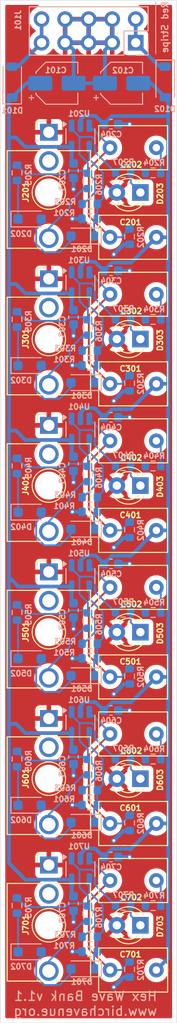
<source format=kicad_pcb>
(kicad_pcb (version 20240108) (generator "pcbnew") (generator_version "8.0")
  (layers (0 "F.Cu" signal) (31 "B.Cu" signal) (34 "B.Paste" user) (35 "F.Paste" user) (36 "B.SilkS" user "B.Silkscreen") (37 "F.SilkS" user "F.Silkscreen") (38 "B.Mask" user) (39 "F.Mask" user) (44 "Edge.Cuts" user))
  (net 0 "")
  (net 1 "GND")
  (net 2 "VCC")
  (net 3 "VEE")
  (net 4 "Net-(U201-+)")
  (net 5 "Net-(C202-Pad2)")
  (net 6 "Net-(U301-+)")
  (net 7 "Net-(C302-Pad2)")
  (net 8 "Net-(U401-+)")
  (net 9 "Net-(C402-Pad2)")
  (net 10 "Net-(U501-+)")
  (net 11 "Net-(C502-Pad2)")
  (net 12 "Net-(U601-+)")
  (net 13 "Net-(C602-Pad2)")
  (net 14 "Net-(U701-+)")
  (net 15 "Net-(C702-Pad2)")
  (net 16 "Net-(D201-A)")
  (net 17 "Net-(D201-K)")
  (net 18 "Net-(D202-K)")
  (net 19 "Net-(D203-KA)")
  (net 20 "Net-(D301-A)")
  (net 21 "Net-(D301-K)")
  (net 22 "Net-(D302-K)")
  (net 23 "Net-(D303-KA)")
  (net 24 "Net-(D401-A)")
  (net 25 "Net-(D401-K)")
  (net 26 "Net-(D402-K)")
  (net 27 "Net-(D403-KA)")
  (net 28 "Net-(D501-A)")
  (net 29 "Net-(D501-K)")
  (net 30 "Net-(D502-K)")
  (net 31 "Net-(D503-KA)")
  (net 32 "Net-(D601-A)")
  (net 33 "Net-(D601-K)")
  (net 34 "Net-(D602-K)")
  (net 35 "Net-(D603-KA)")
  (net 36 "Net-(D701-K)")
  (net 37 "Net-(D701-A)")
  (net 38 "Net-(D702-K)")
  (net 39 "Net-(D703-KA)")
  (net 41 "Net-(J201-PadT)")
  (net 42 "Net-(J301-PadT)")
  (net 44 "Net-(J401-PadT)")
  (net 46 "Net-(J501-PadT)")
  (net 49 "Net-(J601-PadT)")
  (net 50 "Net-(J701-PadT)")
  (net 52 "Net-(R203-Pad2)")
  (net 53 "Net-(R303-Pad2)")
  (net 54 "Net-(R403-Pad2)")
  (net 55 "Net-(R503-Pad2)")
  (net 56 "Net-(R603-Pad2)")
  (net 57 "Net-(R703-Pad2)")
  (net 58 "+12V")
  (net 59 "-12V")
  (footprint "LED_THT:LED_D3.0mm" (layer "F.Cu") (at 147.5675 69.8085 180)
    (property "Reference" "D303")
    (property "Value" "LED_Dual_Bidirectional" (hide yes))
  )
  (footprint "Capacitor_THT:C_Rect_L7.2mm_W4.5mm_P5.00mm_FKS2_FKP2_MKS2_MKP2" (layer "F.Cu") (at 144.2875 96.5215)
    (property "Reference" "C502")
    (property "Value" "C")
  )
  (footprint "Connector_Audio:Jack_3.5mm_QingPu_WQP-PJ398SM_Vertical_CircularHoles" (layer "F.Cu") (at 137.6905 63.3285)
    (property "Reference" "J301")
    (property "Value" "AudioJack2_SwitchT" (hide yes))
  )
  (footprint "Connector_Audio:Jack_3.5mm_QingPu_WQP-PJ398SM_Vertical_CircularHoles" (layer "F.Cu") (at 137.6905 47.5645)
    (property "Reference" "J201")
    (property "Value" "AudioJack2_SwitchT" (hide yes))
  )
  (footprint "Capacitor_THT:C_Rect_L7.2mm_W4.5mm_P5.00mm_FKS2_FKP2_MKS2_MKP2" (layer "F.Cu") (at 144.2875 49.2295)
    (property "Reference" "C202")
    (property "Value" "C")
  )
  (footprint "Connector_Audio:Jack_3.5mm_QingPu_WQP-PJ398SM_Vertical_CircularHoles" (layer "F.Cu") (at 137.6905 126.3845)
    (property "Reference" "J701")
    (property "Value" "AudioJack2_SwitchT" (hide yes))
  )
  (footprint "LED_THT:LED_D3.0mm" (layer "F.Cu") (at 147.5675 85.5725 180)
    (property "Reference" "D403")
    (property "Value" "LED_Dual_Bidirectional" (hide yes))
  )
  (footprint "Capacitor_THT:C_Rect_L7.2mm_W4.5mm_P5.00mm_FKS2_FKP2_MKS2_MKP2" (layer "F.Cu") (at 144.2875 128.0495)
    (property "Reference" "C702")
    (property "Value" "C")
  )
  (footprint "Connector_Audio:Jack_3.5mm_QingPu_WQP-PJ398SM_Vertical_CircularHoles" (layer "F.Cu") (at 137.6905 79.0925)
    (property "Reference" "J401")
    (property "Value" "AudioJack2_SwitchT" (hide yes))
  )
  (footprint "Capacitor_THT:C_Rect_L7.2mm_W4.5mm_P5.00mm_FKS2_FKP2_MKS2_MKP2" (layer "F.Cu") (at 149.2875 90.3875 180)
    (property "Reference" "C401")
    (property "Value" "C")
  )
  (footprint "Connector_Audio:Jack_3.5mm_QingPu_WQP-PJ398SM_Vertical_CircularHoles" (layer "F.Cu") (at 137.6905 94.8565)
    (property "Reference" "J501")
    (property "Value" "AudioJack2_SwitchT" (hide yes))
  )
  (footprint "Capacitor_THT:C_Rect_L7.2mm_W4.5mm_P5.00mm_FKS2_FKP2_MKS2_MKP2" (layer "F.Cu") (at 149.2875 137.6795 180)
    (property "Reference" "C701")
    (property "Value" "C")
  )
  (footprint "Capacitor_THT:C_Rect_L7.2mm_W4.5mm_P5.00mm_FKS2_FKP2_MKS2_MKP2" (layer "F.Cu") (at 144.2875 80.7575)
    (property "Reference" "C402")
    (property "Value" "C")
  )
  (footprint "Connector_Audio:Jack_3.5mm_QingPu_WQP-PJ398SM_Vertical_CircularHoles" (layer "F.Cu") (at 137.6905 110.6205)
    (property "Reference" "J601")
    (property "Value" "AudioJack2_SwitchT" (hide yes))
  )
  (footprint "Capacitor_THT:C_Rect_L7.2mm_W4.5mm_P5.00mm_FKS2_FKP2_MKS2_MKP2" (layer "F.Cu") (at 144.2875 64.9935)
    (property "Reference" "C302")
    (property "Value" "C")
  )
  (footprint "Capacitor_THT:C_Rect_L7.2mm_W4.5mm_P5.00mm_FKS2_FKP2_MKS2_MKP2" (layer "F.Cu") (at 149.2875 121.9155 180)
    (property "Reference" "C601")
    (property "Value" "C")
  )
  (footprint "Capacitor_THT:C_Rect_L7.2mm_W4.5mm_P5.00mm_FKS2_FKP2_MKS2_MKP2" (layer "F.Cu") (at 149.2875 74.6235 180)
    (property "Reference" "C301")
    (property "Value" "C")
  )
  (footprint "LED_THT:LED_D3.0mm" (layer "F.Cu") (at 147.5675 101.3365 180)
    (property "Reference" "D503")
    (property "Value" "LED_Dual_Bidirectional" (hide yes))
  )
  (footprint "Capacitor_THT:C_Rect_L7.2mm_W4.5mm_P5.00mm_FKS2_FKP2_MKS2_MKP2" (layer "F.Cu") (at 149.2875 106.1515 180)
    (property "Reference" "C501")
    (property "Value" "C")
  )
  (footprint "LED_THT:LED_D3.0mm" (layer "F.Cu") (at 147.5675 54.0445 180)
    (property "Reference" "D203")
    (property "Value" "LED_Dual_Bidirectional" (hide yes))
  )
  (footprint "Capacitor_THT:C_Rect_L7.2mm_W4.5mm_P5.00mm_FKS2_FKP2_MKS2_MKP2" (layer "F.Cu") (at 144.2875 112.2855)
    (property "Reference" "C602")
    (property "Value" "C")
  )
  (footprint "LED_THT:LED_D3.0mm" (layer "F.Cu") (at 147.5675 117.1005 180)
    (property "Reference" "D603")
    (property "Value" "LED_Dual_Bidirectional" (hide yes))
  )
  (footprint "Capacitor_THT:C_Rect_L7.2mm_W4.5mm_P5.00mm_FKS2_FKP2_MKS2_MKP2" (layer "F.Cu") (at 149.2875 58.8595 180)
    (property "Reference" "C201")
    (property "Value" "C")
  )
  (footprint "LED_THT:LED_D3.0mm" (layer "F.Cu") (at 147.5675 132.8645 180)
    (property "Reference" "D703")
    (property "Value" "LED_Dual_Bidirectional" (hide yes))
  )
  (footprint "Resistor_SMD:R_0603_1608Metric" (layer "B.Cu") (at 142.0925 88.3975)
    (property "Reference" "R401")
    (property "Value" "10kΩ" (hide yes))
  )
  (footprint "Resistor_SMD:R_0603_1608Metric" (layer "B.Cu") (at 142.1025 118.3355 180)
    (property "Reference" "R603")
    (property "Value" "22kΩ" (hide yes))
  )
  (footprint "Resistor_SMD:R_0603_1608Metric" (layer "B.Cu") (at 134.2525 114.9805 90)
    (property "Reference" "R605")
    (property "Value" "27kΩ" (hide yes))
  )
  (footprint "Capacitor_SMD:C_0603_1608Metric" (layer "B.Cu") (at 144.4 93.992)
    (property "Reference" "C504")
    (property "Value" "100nF" (hide yes))
  )
  (footprint "Resistor_SMD:R_0603_1608Metric" (layer "B.Cu") (at 141.9 68.564 -90)
    (property "Reference" "R306")
    (property "Value" "1kΩ" (hide yes))
  )
  (footprint "Resistor_SMD:R_0603_1608Metric" (layer "B.Cu") (at 141.9 52.8 -90)
    (property "Reference" "R206")
    (property "Value" "1kΩ" (hide yes))
  )
  (footprint "Diode_SMD:D_SOD-323_HandSoldering" (layer "B.Cu") (at 141.33 121.7855 180)
    (property "Reference" "D601")
    (property "Value" "4.3V" (hide yes))
  )
  (footprint "Resistor_SMD:R_0603_1608Metric" (layer "B.Cu") (at 142.0925 119.9255)
    (property "Reference" "R601")
    (property "Value" "10kΩ" (hide yes))
  )
  (footprint "Capacitor_SMD:CP_Elec_4x3" (layer "B.Cu") (at 138.557 42.291)
    (property "Reference" "C101")
    (property "Value" "C_Polarized")
  )
  (footprint "Diode_SMD:D_SOD-323_HandSoldering" (layer "B.Cu") (at 135.6125 104.1915)
    (property "Reference" "D502")
    (property "Value" "4.3V" (hide yes))
  )
  (footprint "Resistor_SMD:R_0603_1608Metric" (layer "B.Cu") (at 148.9375 114.9855 180)
    (property "Reference" "R604")
    (property "Value" "~" (hide yes))
  )
  (footprint "Diode_SMD:D_SOD-323_HandSoldering" (layer "B.Cu") (at 141.33 137.5495 180)
    (property "Reference" "D701")
    (property "Value" "4.3V" (hide yes))
  )
  (footprint "Diode_SMD:D_SOD-123" (layer "B.Cu") (at 133.731 42.164 90)
    (property "Reference" "D101")
    (property "Value" "1N5819HW" (hide yes))
  )
  (footprint "Resistor_SMD:R_0603_1608Metric" (layer "B.Cu") (at 134.2525 130.7445 90)
    (property "Reference" "R705")
    (property "Value" "27kΩ" (hide yes))
  )
  (footprint "Resistor_SMD:R_0603_1608Metric" (layer "B.Cu") (at 134.2525 51.9245 90)
    (property "Reference" "R205")
    (property "Value" "27kΩ" (hide yes))
  )
  (footprint "Resistor_SMD:R_0603_1608Metric" (layer "B.Cu") (at 145.7 83.428)
    (property "Reference" "R407")
    (property "Value" "510Ω" (hide yes))
  )
  (footprint "Resistor_SMD:R_0603_1608Metric" (layer "B.Cu") (at 145.7 51.9)
    (property "Reference" "R207")
    (property "Value" "510Ω" (hide yes))
  )
  (footprint "Capacitor_SMD:C_0603_1608Metric" (layer "B.Cu") (at 140.35 67.464 -90)
    (property "Reference" "C303")
    (property "Value" "100nF" (hide yes))
  )
  (footprint "Capacitor_SMD:CP_Elec_4x3" (layer "B.Cu") (at 145.542 42.291)
    (property "Reference" "C102")
    (property "Value" "C_Polarized")
  )
  (footprint "Capacitor_SMD:C_0603_1608Metric" (layer "B.Cu") (at 140.35 83.228 -90)
    (property "Reference" "C403")
    (property "Value" "100nF" (hide yes))
  )
  (footprint "Resistor_SMD:R_0603_1608Metric" (layer "B.Cu") (at 142.1025 102.5715 180)
    (property "Reference" "R503")
    (property "Value" "22kΩ" (hide yes))
  )
  (footprint "Capacitor_SMD:C_0603_1608Metric" (layer "B.Cu") (at 144.4 46.7)
    (property "Reference" "C204")
    (property "Value" "100nF" (hide yes))
  )
  (footprint "Package_TO_SOT_SMD:SOT-23-5" (layer "B.Cu") (at 141.1 95.292 -90)
    (property "Reference" "U501")
    (property "Value" "TL071HDBV" (hide yes))
  )
  (footprint "Resistor_SMD:R_0603_1608Metric" (layer "B.Cu") (at 148.9375 51.9295 180)
    (property "Reference" "R204")
    (property "Value" "~" (hide yes))
  )
  (footprint "Capacitor_SMD:C_0603_1608Metric" (layer "B.Cu") (at 144.4 78.228)
    (property "Reference" "C404")
    (property "Value" "100nF" (hide yes))
  )
  (footprint "Resistor_SMD:R_0603_1608Metric" (layer "B.Cu") (at 141.9 115.856 -90)
    (property "Reference" "R606")
    (property "Value" "1kΩ" (hide yes))
  )
  (footprint "Capacitor_SMD:C_0603_1608Metric" (layer "B.Cu") (at 144.4 125.52)
    (property "Reference" "C704")
    (property "Value" "100nF" (hide yes))
  )
  (footprint "Resistor_SMD:R_0603_1608Metric" (layer "B.Cu") (at 142.1025 71.0435 180)
    (property "Reference" "R303")
    (property "Value" "22kΩ" (hide yes))
  )
  (footprint "Resistor_SMD:R_0603_1608Metric" (layer "B.Cu") (at 142.1025 55.2795 180)
    (property "Reference" "R203")
    (property "Value" "22kΩ" (hide yes))
  )
  (footprint "Package_TO_SOT_SMD:SOT-23-5" (layer "B.Cu") (at 141.1 48 -90)
    (property "Reference" "U201")
    (property "Value" "TL071HDBV" (hide yes))
  )
  (footprint "Resistor_SMD:R_0603_1608Metric" (layer "B.Cu") (at 134.2525 67.6885 90)
    (property "Reference" "R305")
    (property "Value" "27kΩ" (hide yes))
  )
  (footprint "Resistor_SMD:R_0603_1608Metric" (layer "B.Cu") (at 142.0925 135.6895)
    (property "Reference" "R701")
    (property "Value" "10kΩ" (hide yes))
  )
  (footprint "Diode_SMD:D_SOD-323_HandSoldering" (layer "B.Cu") (at 141.33 58.7295 180)
    (property "Reference" "D201")
    (property "Value" "4.3V" (hide yes))
  )
  (footprint "Resistor_SMD:R_0603_1608Metric" (layer "B.Cu") (at 142.1025 86.8075 180)
    (property "Reference" "R403")
    (property "Value" "22kΩ" (hide yes))
  )
  (footprint "Diode_SMD:D_SOD-323_HandSoldering" (layer "B.Cu") (at 141.33 90.2575 180)
    (property "Reference" "D401")
    (property "Value" "4.3V" (hide yes))
  )
  (footprint "Resistor_SMD:R_0603_1608Metric" (layer "B.Cu") (at 142.0925 104.1615)
    (property "Reference" "R501")
    (property "Value" "10kΩ" (hide yes))
  )
  (footprint "Package_TO_SOT_SMD:SOT-23-5" (layer "B.Cu") (at 141.1 79.528 -90)
    (property "Reference" "U401")
    (property "Value" "TL071HDBV" (hide yes))
  )
  (footprint "Capacitor_SMD:C_0603_1608Metric" (layer "B.Cu") (at 144.4 109.756)
    (property "Reference" "C604")
    (property "Value" "100nF" (hide yes))
  )
  (footprint "Diode_SMD:D_SOD-323_HandSoldering" (layer "B.Cu") (at 135.6125 135.7195)
    (property "Reference" "D702")
    (property "Value" "4.3V" (hide yes))
  )
  (footprint "Resistor_SMD:R_0603_1608Metric" (layer "B.Cu") (at 145.7 67.664)
    (property "Reference" "R307")
    (property "Value" "510Ω" (hide yes))
  )
  (footprint "Resistor_SMD:R_0603_1608Metric" (layer "B.Cu") (at 146.4 137.62 90)
    (property "Reference" "R702")
    (property "Value" "~" (hide yes))
  )
  (footprint "Capacitor_SMD:C_0603_1608Metric" (layer "B.Cu") (at 144.4 62.464)
    (property "Reference" "C304")
    (property "Value" "100nF" (hide yes))
  )
  (footprint "Resistor_SMD:R_0603_1608Metric" (layer "B.Cu") (at 134.2525 99.2165 90)
    (property "Reference" "R505")
    (property "Value" "27kΩ" (hide yes))
  )
  (footprint "Resistor_SMD:R_0603_1608Metric" (layer "B.Cu") (at 141.9 100.092 -90)
    (property "Reference" "R506")
    (property "Value" "1kΩ" (hide yes))
  )
  (footprint "Package_TO_SOT_SMD:SOT-23-5" (layer "B.Cu") (at 141.1 63.764 -90)
    (property "Reference" "U301")
    (property "Value" "TL071HDBV" (hide yes))
  )
  (footprint "Capacitor_SMD:C_0603_1608Metric" (layer "B.Cu") (at 140.35 51.7 -90)
    (property "Reference" "C203")
    (property "Value" "100nF" (hide yes))
  )
  (footprint "Resistor_SMD:R_0603_1608Metric" (layer "B.Cu") (at 148.9375 67.6935 180)
    (property "Reference" "R304")
    (property "Value" "~" (hide yes))
  )
  (footprint "Capacitor_SMD:C_0603_1608Metric" (layer "B.Cu") (at 140.35 98.992 -90)
    (property "Reference" "C503")
    (property "Value" "100nF" (hide yes))
  )
  (footprint "Resistor_SMD:R_0603_1608Metric" (layer "B.Cu") (at 142.0925 72.6335)
    (property "Reference" "R301")
    (property "Value" "10kΩ" (hide yes))
  )
  (footprint "Resistor_SMD:R_0603_1608Metric" (layer "B.Cu") (at 145.7 114.956)
    (property "Reference" "R607")
    (property "Value" "510Ω" (hide yes))
  )
  (footprint "Diode_SMD:D_SOD-323_HandSoldering" (layer "B.Cu") (at 141.33 106.0215 180)
    (property "Reference" "D501")
    (property "Value" "4.3V" (hide yes))
  )
  (footprint "Resistor_SMD:R_0603_1608Metric" (layer "B.Cu") (at 141.9 131.62 -90)
    (property "Reference" "R706")
    (property "Value" "1kΩ" (hide yes))
  )
  (footprint "Capacitor_SMD:C_0603_1608Metric" (layer "B.Cu") (at 140.35 130.52 -90)
    (property "Reference" "C703")
    (property "Value" "100nF" (hide yes))
  )
  (footprint "Resistor_SMD:R_0603_1608Metric" (layer "B.Cu") (at 134.2525 83.4525 90)
    (property "Reference" "R405")
    (property "Value" "27kΩ" (hide yes))
  )
  (footprint "Resistor_SMD:R_0603_1608Metric" (layer "B.Cu") (at 146.4 58.8 90)
    (property "Reference" "R202")
    (property "Value" "~" (hide yes))
  )
  (footprint "Diode_SMD:D_SOD-323_HandSoldering" (layer "B.Cu") (at 135.6125 88.4275)
    (property "Reference" "D402")
    (property "Value" "4.3V" (hide yes))
  )
  (footprint "Resistor_SMD:R_0603_1608Metric" (layer "B.Cu") (at 145.7 99.192)
    (property "Reference" "R507")
    (property "Value" "510Ω" (hide yes))
  )
  (footprint "Resistor_SMD:R_0603_1608Metric" (layer "B.Cu") (at 146.4 121.856 90)
    (property "Reference" "R602")
    (property "Value" "~" (hide yes))
  )
  (footprint "Diode_SMD:D_SOD-323_HandSoldering" (layer "B.Cu") (at 135.6125 56.8995)
    (property "Reference" "D202")
    (property "Value" "4.3V" (hide yes))
  )
  (footprint "Diode_SMD:D_SOD-323_HandSoldering" (layer "B.Cu") (at 135.6125 72.6635)
    (property "Reference" "D302")
    (property "Value" "4.3V" (hide yes))
  )
  (footprint "Resistor_SMD:R_0603_1608Metric" (layer "B.Cu") (at 141.9 84.328 -90)
    (property "Reference" "R406")
    (property "Value" "1kΩ" (hide yes))
  )
  (footprint "Resistor_SMD:R_0603_1608Metric" (layer "B.Cu") (at 148.9375 130.7495 180)
    (property "Reference" "R704")
    (property "Value" "~" (hide yes))
  )
  (footprint "Diode_SMD:D_SOD-123" (layer "B.Cu") (at 150.241 42.164 -90)
    (property "Reference" "D102")
    (property "Value" "1N5819HW" (hide yes))
  )
  (footprint "Resistor_SMD:R_0603_1608Metric" (layer "B.Cu") (at 142.0925 56.8695)
    (property "Reference" "R201")
    (property "Value" "10kΩ" (hide yes))
  )
  (footprint "Package_TO_SOT_SMD:SOT-23-5" (layer "B.Cu") (at 141.1 111.056 -90)
    (property "Reference" "U601")
    (property "Value" "TL071HDBV" (hide yes))
  )
  (footprint "Resistor_SMD:R_0603_1608Metric" (layer "B.Cu") (at 146.4 106.092 90)
    (property "Reference" "R502")
    (property "Value" "~" (hide yes))
  )
  (footprint "Resistor_SMD:R_0603_1608Metric" (layer "B.Cu") (at 148.9375 83.4575 180)
    (property "Reference" "R404")
    (property "Value" "~" (hide yes))
  )
  (footprint "Package_TO_SOT_SMD:SOT-23-5" (layer "B.Cu") (at 141.1 126.82 -90)
    (property "Reference" "U701")
    (property "Value" "TL071HDBV" (hide yes))
  )
  (footprint "Capacitor_SMD:C_0603_1608Metric" (layer "B.Cu") (at 140.35 114.756 -90)
    (property "Reference" "C603")
    (property "Value" "100nF" (hide yes))
  )
  (footprint "Resistor_SMD:R_0603_1608Metric" (layer "B.Cu") (at 148.9375 99.2215 180)
    (property "Reference" "R504")
    (property "Value" "~" (hide yes))
  )
  (footprint "Connector_PinHeader_2.54mm:PinHeader_2x05_P2.54mm_Vertical" (layer "B.Cu") (at 147.066 37.938 90)
    (property "Reference" "J101")
    (property "Value" "Conn_02x05_Odd_Even" (hide yes))
  )
  (footprint "Resistor_SMD:R_0603_1608Metric" (layer "B.Cu") (at 146.4 74.564 90)
    (property "Reference" "R302")
    (property "Value" "~" (hide yes))
  )
  (footprint "Diode_SMD:D_SOD-323_HandSoldering" (layer "B.Cu") (at 141.33 74.4935 180)
    (property "Reference" "D301")
    (property "Value" "4.3V" (hide yes))
  )
  (footprint "Diode_SMD:D_SOD-323_HandSoldering" (layer "B.Cu") (at 135.6125 119.9555)
    (property "Reference" "D602")
    (property "Value" "4.3V" (hide yes))
  )
  (footprint "Resistor_SMD:R_0603_1608Metric" (layer "B.Cu") (at 146.4 90.328 90)
    (property "Reference" "R402")
    (property "Value" "~" (hide yes))
  )
  (footprint "Resistor_SMD:R_0603_1608Metric" (layer "B.Cu") (at 142.1025 134.0995 180)
    (property "Reference" "R703")
    (property "Value" "22kΩ" (hide yes))
  )
  (footprint "Resistor_SMD:R_0603_1608Metric" (layer "B.Cu") (at 145.7 130.72)
    (property "Reference" "R707")
    (property "Value" "510Ω" (hide yes))
  )
  (gr_line (start 149.225 33.528) (end 149.225 39.116) (stroke (width 0.1)) (layer "B.SilkS"))
  (gr_rect (start 132.488 33.366) (end 151.49 143.37) (stroke (width 0.05)) (fill none) (layer "Edge.Cuts"))
  (gr_text "Red Stripe" (at 150.622 33.401 90) (layer "B.SilkS") (effects (font (size 0.7 0.7) (thickness 0.15) (bold yes)) (justify left bottom mirror)))
  (gr_text "Hex Wave Bank v1.1\nwww.birchavenue.org" (at 149.4605 142.6805 0) (layer "B.SilkS") (effects (font (size 1 1)) (justify left bottom mirror)))
  (via (at 144.7 139.52) (size 0.6) (drill 0.3) (layers "F.Cu" "B.Cu") (net 1))
  (via (at 146.4 46.7) (size 0.6) (drill 0.3) (layers "F.Cu" "B.Cu") (net 1))
  (via (at 140.2325 119.9255) (size 0.6) (drill 0.3) (layers "F.Cu" "B.Cu") (net 1))
  (via (at 140.35 53.7) (size 0.6) (drill 0.3) (layers "F.Cu" "B.Cu") (net 1))
  (via (at 144.7 92.228) (size 0.6) (drill 0.3) (layers "F.Cu" "B.Cu") (net 1))
  (via (at 140.2325 56.8695) (size 0.6) (drill 0.3) (layers "F.Cu" "B.Cu") (net 1))
  (via (at 146.4 125.52) (size 0.6) (drill 0.3) (layers "F.Cu" "B.Cu") (net 1))
  (via (at 140.35 132.52) (size 0.6) (drill 0.3) (layers "F.Cu" "B.Cu") (net 1))
  (via (at 144.7 107.992) (size 0.6) (drill 0.3) (layers "F.Cu" "B.Cu") (net 1))
  (via (at 144.7 76.464) (size 0.6) (drill 0.3) (layers "F.Cu" "B.Cu") (net 1))
  (via (at 146.4 78.228) (size 0.6) (drill 0.3) (layers "F.Cu" "B.Cu") (net 1))
  (via (at 144.7 123.756) (size 0.6) (drill 0.3) (layers "F.Cu" "B.Cu") (net 1))
  (via (at 140.2325 88.3975) (size 0.6) (drill 0.3) (layers "F.Cu" "B.Cu") (net 1))
  (via (at 146.4 93.992) (size 0.6) (drill 0.3) (layers "F.Cu" "B.Cu") (net 1))
  (via (at 140.35 69.464) (size 0.6) (drill 0.3) (layers "F.Cu" "B.Cu") (net 1))
  (via (at 144.7 60.7) (size 0.6) (drill 0.3) (layers "F.Cu" "B.Cu") (net 1))
  (via (at 140.2325 135.6895) (size 0.6) (drill 0.3) (layers "F.Cu" "B.Cu") (net 1))
  (via (at 146.4 109.756) (size 0.6) (drill 0.3) (layers "F.Cu" "B.Cu") (net 1))
  (via (at 140.2325 72.6335) (size 0.6) (drill 0.3) (layers "F.Cu" "B.Cu") (net 1))
  (via (at 140.35 100.992) (size 0.6) (drill 0.3) (layers "F.Cu" "B.Cu") (net 1))
  (via (at 140.2325 104.1615) (size 0.6) (drill 0.3) (layers "F.Cu" "B.Cu") (net 1))
  (via (at 140.35 85.228) (size 0.6) (drill 0.3) (layers "F.Cu" "B.Cu") (net 1))
  (via (at 146.4 62.464) (size 0.6) (drill 0.3) (layers "F.Cu" "B.Cu") (net 1))
  (via (at 140.35 116.756) (size 0.6) (drill 0.3) (layers "F.Cu" "B.Cu") (net 1))
  (segment (start 140.35 52.475) (end 140.35 53.7) (width 0.4) (layer "B.Cu") (net 1))
  (segment (start 137.6355 47.6195) (end 137.6905 47.5645) (width 1) (layer "B.Cu") (net 1))
  (segment (start 141.2675 135.6895) (end 140.2325 135.6895) (width 0.4) (layer "B.Cu") (net 1))
  (segment (start 145.775 138.445) (end 144.7 139.52) (width 0.4) (layer "B.Cu") (net 1))
  (segment (start 139.446 35.398) (end 144.526 35.398) (width 0.4) (layer "B.Cu") (net 1))
  (segment (start 146.4 106.917) (end 145.775 106.917) (width 0.4) (layer "B.Cu") (net 1))
  (segment (start 139.446 37.938) (end 144.526 37.938) (width 0.4) (layer "B.Cu") (net 1))
  (segment (start 141.986 35.398) (end 141.986 37.938) (width 0.4) (layer "B.Cu") (net 1))
  (segment (start 141.2675 56.8695) (end 140.2325 56.8695) (width 0.4) (layer "B.Cu") (net 1))
  (segment (start 137.1255 126.9495) (end 137.6905 126.3845) (width 0.4) (layer "B.Cu") (net 1))
  (segment (start 144.526 35.398) (end 144.526 37.938) (width 0.4) (layer "B.Cu") (net 1))
  (segment (start 145.175 109.756) (end 146.4 109.756) (width 0.4) (layer "B.Cu") (net 1))
  (segment (start 145.175 125.52) (end 146.4 125.52) (width 0.4) (layer "B.Cu") (net 1))
  (segment (start 137.6355 126.4395) (end 137.6905 126.3845) (width 1) (layer "B.Cu") (net 1))
  (segment (start 146.4 91.153) (end 145.775 91.153) (width 0.4) (layer "B.Cu") (net 1))
  (segment (start 137.1255 95.4215) (end 137.6905 94.8565) (width 0.4) (layer "B.Cu") (net 1))
  (segment (start 137.1255 48.1295) (end 137.6905 47.5645) (width 0.4) (layer "B.Cu") (net 1))
  (segment (start 146.4 138.445) (end 145.775 138.445) (width 0.4) (layer "B.Cu") (net 1))
  (segment (start 141.2675 104.1615) (end 140.2325 104.1615) (width 0.4) (layer "B.Cu") (net 1))
  (segment (start 141.2675 119.9255) (end 140.2325 119.9255) (width 0.4) (layer "B.Cu") (net 1))
  (segment (start 140.35 84.003) (end 140.35 85.228) (width 0.4) (layer "B.Cu") (net 1))
  (segment (start 141.2675 72.6335) (end 140.2325 72.6335) (width 0.4) (layer "B.Cu") (net 1))
  (segment (start 139.446 35.398) (end 139.446 37.938) (width 0.4) (layer "B.Cu") (net 1))
  (segment (start 139.588 37.938) (end 139.446 37.938) (width 0.4) (layer "B.Cu") (net 1))
  (segment (start 146.4 122.681) (end 145.775 122.681) (width 0.4) (layer "B.Cu") (net 1))
  (segment (start 140.35 68.239) (end 140.35 69.464) (width 0.4) (layer "B.Cu") (net 1))
  (segment (start 145.175 46.7) (end 146.4 46.7) (width 0.4) (layer "B.Cu") (net 1))
  (segment (start 143.742 42.291) (end 143.742 38.722) (width 0.4) (layer "B.Cu") (net 1))
  (segment (start 145.775 122.681) (end 144.7 123.756) (width 0.4) (layer "B.Cu") (net 1))
  (segment (start 140.35 115.531) (end 140.35 116.756) (width 0.4) (layer "B.Cu") (net 1))
  (segment (start 137.1255 79.6575) (end 137.6905 79.0925) (width 0.4) (layer "B.Cu") (net 1))
  (segment (start 137.6355 110.6755) (end 137.6905 110.6205) (width 1) (layer "B.Cu") (net 1))
  (segment (start 137.1255 63.8935) (end 137.6905 63.3285) (width 0.4) (layer "B.Cu") (net 1))
  (segment (start 140.357 42.291) (end 143.742 42.291) (width 0.4) (layer "B.Cu") (net 1))
  (segment (start 143.742 38.722) (end 144.526 37.938) (width 0.4) (layer "B.Cu") (net 1))
  (segment (start 137.6355 94.9115) (end 137.6905 94.8565) (width 1) (layer "B.Cu") (net 1))
  (segment (start 140.357 42.291) (end 140.357 38.707) (width 0.4) (layer "B.Cu") (net 1))
  (segment (start 145.775 91.153) (end 144.7 92.228) (width 0.4) (layer "B.Cu") (net 1))
  (segment (start 141.2675 88.3975) (end 140.2325 88.3975) (width 0.4) (layer "B.Cu") (net 1))
  (segment (start 137.6355 63.3835) (end 137.6905 63.3285) (width 1) (layer "B.Cu") (net 1))
  (segment (start 145.775 75.389) (end 144.7 76.464) (width 0.4) (layer "B.Cu") (net 1))
  (segment (start 146.4 75.389) (end 145.775 75.389) (width 0.4) (layer "B.Cu") (net 1))
  (segment (start 140.35 99.767) (end 140.35 100.992) (width 0.4) (layer "B.Cu") (net 1))
  (segment (start 145.175 78.228) (end 146.4 78.228) (width 0.4) (layer "B.Cu") (net 1))
  (segment (start 137.1255 111.1855) (end 137.6905 110.6205) (width 0.4) (layer "B.Cu") (net 1))
  (segment (start 137.6355 79.1475) (end 137.6905 79.0925) (width 1) (layer "B.Cu") (net 1))
  (segment (start 140.357 38.707) (end 139.588 37.938) (width 0.4) (layer "B.Cu") (net 1))
  (segment (start 145.775 59.625) (end 144.7 60.7) (width 0.4) (layer "B.Cu") (net 1))
  (segment (start 145.175 93.992) (end 146.4 93.992) (width 0.4) (layer "B.Cu") (net 1))
  (segment (start 145.775 106.917) (end 144.7 107.992) (width 0.4) (layer "B.Cu") (net 1))
  (segment (start 145.175 62.464) (end 146.4 62.464) (width 0.4) (layer "B.Cu") (net 1))
  (segment (start 146.4 59.625) (end 145.775 59.625) (width 0.4) (layer "B.Cu") (net 1))
  (segment (start 140.35 131.295) (end 140.35 132.52) (width 0.4) (layer "B.Cu") (net 1))
  (segment (start 136.757 42.291) (end 135.254 42.291) (width 0.4) (layer "B.Cu") (net 2))
  (segment (start 134.1425 63.8935) (end 135.1505 64.9015) (width 0.4) (layer "B.Cu") (net 2))
  (segment (start 134.1425 63.8935) (end 133.3865 63.8935) (width 0.4) (layer "B.Cu") (net 2))
  (segment (start 133.377 48.12) (end 133.377 126.184) (width 0.4) (layer "B.Cu") (net 2))
  (segment (start 140.15 112.1935) (end 140.15 113.781) (width 0.4) (layer "B.Cu") (net 2))
  (segment (start 135.1505 127.9575) (end 133.377 126.184) (width 0.4) (layer "B.Cu") (net 2))
  (segment (start 134.1425 48.1295) (end 133.3865 48.1295) (width 0.4) (layer "B.Cu") (net 2))
  (segment (start 135.1505 80.6655) (end 140.15 80.6655) (width 0.4) (layer "B.Cu") (net 2))
  (segment (start 134.1425 111.1855) (end 135.1505 112.1935) (width 0.4) (layer "B.Cu") (net 2))
  (segment (start 135.1505 127.9575) (end 140.15 127.9575) (width 0.4) (layer "B.Cu") (net 2))
  (segment (start 140.15 96.4295) (end 134.3945 96.4295) (width 0.4) (layer "B.Cu") (net 2))
  (segment (start 140.15 82.253) (end 140.35 82.453) (width 0.4) (layer "B.Cu") (net 2))
  (segment (start 133.377 44.168) (end 133.377 48.12) (width 0.4) (layer "B.Cu") (net 2))
  (segment (start 135.1505 64.9015) (end 140.15 64.9015) (width 0.4) (layer "B.Cu") (net 2))
  (segment (start 133.3865 79.6575) (end 133.377 79.648) (width 0.4) (layer "B.Cu") (net 2))
  (segment (start 134.1425 111.1855) (end 133.3865 111.1855) (width 0.4) (layer "B.Cu") (net 2))
  (segment (start 135.1505 112.1935) (end 140.15 112.1935) (width 0.4) (layer "B.Cu") (net 2))
  (segment (start 140.15 98.017) (end 140.35 98.217) (width 0.4) (layer "B.Cu") (net 2))
  (segment (start 140.15 49.1375) (end 140.15 50.725) (width 0.4) (layer "B.Cu") (net 2))
  (segment (start 140.15 113.781) (end 140.35 113.981) (width 0.4) (layer "B.Cu") (net 2))
  (segment (start 140.15 64.9015) (end 140.15 66.489) (width 0.4) (layer "B.Cu") (net 2))
  (segment (start 134.1425 48.1295) (end 135.1505 49.1375) (width 0.4) (layer "B.Cu") (net 2))
  (segment (start 134.1425 79.6575) (end 135.1505 80.6655) (width 0.4) (layer "B.Cu") (net 2))
  (segment (start 140.15 80.6655) (end 140.15 82.253) (width 0.4) (layer "B.Cu") (net 2))
  (segment (start 133.3865 48.1295) (end 133.377 48.12) (width 0.4) (layer "B.Cu") (net 2))
  (segment (start 140.15 50.725) (end 140.35 50.925) (width 0.4) (layer "B.Cu") (net 2))
  (segment (start 135.254 42.291) (end 133.731 43.814) (width 0.4) (layer "B.Cu") (net 2))
  (segment (start 140.15 96.4295) (end 140.15 98.017) (width 0.4) (layer "B.Cu") (net 2))
  (segment (start 140.15 127.9575) (end 140.15 129.545) (width 0.4) (layer "B.Cu") (net 2))
  (segment (start 134.1425 79.6575) (end 133.3865 79.6575) (width 0.4) (layer "B.Cu") (net 2))
  (segment (start 135.1505 49.1375) (end 140.15 49.1375) (width 0.4) (layer "B.Cu") (net 2))
  (segment (start 140.15 66.489) (end 140.35 66.689) (width 0.4) (layer "B.Cu") (net 2))
  (segment (start 140.15 129.545) (end 140.35 129.745) (width 0.4) (layer "B.Cu") (net 2))
  (segment (start 133.731 43.814) (end 133.377 44.168) (width 0.4) (layer "B.Cu") (net 2))
  (segment (start 133.3865 63.8935) (end 133.377 63.884) (width 0.4) (layer "B.Cu") (net 2))
  (segment (start 134.3945 96.4295) (end 133.377 95.412) (width 0.4) (layer "B.Cu") (net 2))
  (segment (start 146.558 124.645) (end 149.2875 121.9155) (width 0.4) (layer "B.Cu") (net 3))
  (segment (start 150.241 43.814) (end 150.036 43.814) (width 0.4) (layer "B.Cu") (net 3))
  (segment (start 142.725 93.092) (end 143.625 93.992) (width 0.4) (layer "B.Cu") (net 3))
  (segment (start 142.725 45.8) (end 143.625 46.7) (width 0.4) (layer "B.Cu") (net 3))
  (segment (start 141.668026 93.092) (end 142.725 93.092) (width 0.4) (layer "B.Cu") (net 3))
  (segment (start 141.1 46.8625) (end 141.1 47.356974) (width 0.4) (layer "B.Cu") (net 3))
  (segment (start 141.1 62.6265) (end 141.1 61.964001) (width 0.4) (layer "B.Cu") (net 3))
  (segment (start 149.2875 106.1515) (end 150.4315 106.1515) (width 0.4) (layer "B.Cu") (net 3))
  (segment (start 141.1 78.3905) (end 141.1 77.728001) (width 0.4) (layer "B.Cu") (net 3))
  (segment (start 143.625 93.992) (end 144.5 93.117) (width 0.4) (layer "B.Cu") (net 3))
  (segment (start 144.5 45.825) (end 150.537 45.825) (width 0.4) (layer "B.Cu") (net 3))
  (segment (start 143.625 125.52) (end 144.5 124.645) (width 0.4) (layer "B.Cu") (net 3))
  (segment (start 143.625 78.228) (end 144.5 77.353) (width 0.4) (layer "B.Cu") (net 3))
  (segment (start 148.718 42.291) (end 150.241 43.814) (width 0.4) (layer "B.Cu") (net 3))
  (segment (start 141.1 125.6825) (end 141.1 126.176974) (width 0.4) (layer "B.Cu") (net 3))
  (segment (start 149.2875 58.8595) (end 150.4315 58.8595) (width 0.4) (layer "B.Cu") (net 3))
  (segment (start 144.5 61.589) (end 146.558 61.589) (width 0.4) (layer "B.Cu") (net 3))
  (segment (start 141.500001 45.8) (end 142.725 45.8) (width 0.4) (layer "B.Cu") (net 3))
  (segment (start 141.1 94.1545) (end 141.1 94.648974) (width 0.4) (layer "B.Cu") (net 3))
  (segment (start 144.5 77.353) (end 146.558 77.353) (width 0.4) (layer "B.Cu") (net 3))
  (segment (start 150.562 58.99) (end 150.562 136.405) (width 0.4) (layer "B.Cu") (net 3))
  (segment (start 150.4315 58.8595) (end 150.562 58.99) (width 0.4) (layer "B.Cu") (net 3))
  (segment (start 150.241 43.814) (end 150.562 44.135) (width 0.4) (layer "B.Cu") (net 3))
  (segment (start 141.1 77.728001) (end 141.578001 77.25) (width 0.4) (layer "B.Cu") (net 3))
  (segment (start 141.1 93.660026) (end 141.668026 93.092) (width 0.4) (layer "B.Cu") (net 3))
  (segment (start 141.1 46.200001) (end 141.500001 45.8) (width 0.4) (layer "B.Cu") (net 3))
  (segment (start 144.5 108.881) (end 146.558 108.881) (width 0.4) (layer "B.Cu") (net 3))
  (segment (start 150.562 45.8) (end 150.562 58.99) (width 0.4) (layer "B.Cu") (net 3))
  (segment (start 143.625 46.7) (end 144.5 45.825) (width 0.4) (layer "B.Cu") (net 3))
  (segment (start 150.537 45.825) (end 150.562 45.8) (width 0.4) (layer "B.Cu") (net 3))
  (segment (start 141.1 125.6825) (end 141.1 125.188026) (width 0.4) (layer "B.Cu") (net 3))
  (segment (start 141.1 125.188026) (end 141.668026 124.62) (width 0.4) (layer "B.Cu") (net 3))
  (segment (start 143.625 109.756) (end 144.5 108.881) (width 0.4) (layer "B.Cu") (net 3))
  (segment (start 149.2875 74.6235) (end 150.4315 74.6235) (width 0.4) (layer "B.Cu") (net 3))
  (segment (start 141.1 78.3905) (end 141.1 78.884974) (width 0.4) (layer "B.Cu") (net 3))
  (segment (start 149.2875 90.3875) (end 150.4315 90.3875) (width 0.4) (layer "B.Cu") (net 3))
  (segment (start 142.647 77.25) (end 143.625 78.228) (width 0.4) (layer "B.Cu") (net 3))
  (segment (start 149.2875 121.9155) (end 150.4315 121.9155) (width 0.4) (layer "B.Cu") (net 3))
  (segment (start 146.558 93.117) (end 149.2875 90.3875) (width 0.4) (layer "B.Cu") (net 3))
  (segment (start 150.562 44.135) (end 150.562 45.8) (width 0.4) (layer "B.Cu") (net 3))
  (segment (start 141.1 109.256001) (end 141.500001 108.856) (width 0.4) (layer "B.Cu") (net 3))
  (segment (start 141.668026 124.62) (end 142.725 124.62) (width 0.4) (layer "B.Cu") (net 3))
  (segment (start 141.1 109.9185) (end 141.1 109.256001) (width 0.4) (layer "B.Cu") (net 3))
  (segment (start 146.558 108.881) (end 149.2875 106.1515) (width 0.4) (layer "B.Cu") (net 3))
  (segment (start 142.725 124.62) (end 143.625 125.52) (width 0.4) (layer "B.Cu") (net 3))
  (segment (start 147.342 42.291) (end 148.718 42.291) (width 0.4) (layer "B.Cu") (net 3))
  (segment (start 141.1 94.1545) (end 141.1 93.660026) (width 0.4) (layer "B.Cu") (net 3))
  (segment (start 143.625 62.464) (end 144.5 61.589) (width 0.4) (layer "B.Cu") (net 3))
  (segment (start 146.558 61.589) (end 149.2875 58.8595) (width 0.4) (layer "B.Cu") (net 3))
  (segment (start 141.1 109.9185) (end 141.1 110.412974) (width 0.4) (layer "B.Cu") (net 3))
  (segment (start 141.1 61.964001) (end 141.564001 61.5) (width 0.4) (layer "B.Cu") (net 3))
  (segment (start 141.500001 108.856) (end 142.725 108.856) (width 0.4) (layer "B.Cu") (net 3))
  (segment (start 141.578001 77.25) (end 142.647 77.25) (width 0.4) (layer "B.Cu") (net 3))
  (segment (start 150.562 136.405) (end 149.2875 137.6795) (width 0.4) (layer "B.Cu") (net 3))
  (segment (start 141.1 62.6265) (end 141.1 63.120974) (width 0.4) (layer "B.Cu") (net 3))
  (segment (start 146.558 77.353) (end 149.2875 74.6235) (width 0.4) (layer "B.Cu") (net 3))
  (segment (start 142.725 108.856) (end 143.625 109.756) (width 0.4) (layer "B.Cu") (net 3))
  (segment (start 141.564001 61.5) (end 142.661 61.5) (width 0.4) (layer "B.Cu") (net 3))
  (segment (start 144.5 124.645) (end 146.558 124.645) (width 0.4) (layer "B.Cu") (net 3))
  (segment (start 144.5 93.117) (end 146.558 93.117) (width 0.4) (layer "B.Cu") (net 3))
  (segment (start 142.661 61.5) (end 143.625 62.464) (width 0.4) (layer "B.Cu") (net 3))
  (segment (start 144.2875 58.8595) (end 142 56.572) (width 0.2) (layer "F.Cu") (net 4))
  (segment (start 142 51.517) (end 144.2875 49.2295) (width 0.2) (layer "F.Cu") (net 4))
  (segment (start 142 56.572) (end 142 51.517) (width 0.2) (layer "F.Cu") (net 4))
  (segment (start 144.2875 49.1) (end 144.2875 49.2295) (width 0.2) (layer "B.Cu") (net 4))
  (segment (start 142.05 46.8625) (end 144.2875 49.1) (width 0.2) (layer "B.Cu") (net 4))
  (segment (start 144.2875 58.8595) (end 145.5155 58.8595) (width 0.2) (layer "B.Cu") (net 4))
  (segment (start 145.5155 58.8595) (end 146.4 57.975) (width 0.2) (layer "B.Cu") (net 4))
  (segment (start 149.1325 48.7495) (end 149.6125 49.2295) (width 0.2) (layer "B.Cu") (net 5))
  (segment (start 149.7625 49.7045) (end 149.2875 49.2295) (width 0.2) (layer "B.Cu") (net 5))
  (segment (start 149.7625 51.9295) (end 149.7625 49.7045) (width 0.2) (layer "B.Cu") (net 5))
  (segment (start 142 72.336) (end 142 67.281) (width 0.2) (layer "F.Cu") (net 6))
  (segment (start 142 67.281) (end 144.2875 64.9935) (width 0.2) (layer "F.Cu") (net 6))
  (segment (start 144.2875 74.6235) (end 142 72.336) (width 0.2) (layer "F.Cu") (net 6))
  (segment (start 145.5155 74.6235) (end 146.4 73.739) (width 0.2) (layer "B.Cu") (net 6))
  (segment (start 144.2875 64.864) (end 144.2875 64.9935) (width 0.2) (layer "B.Cu") (net 6))
  (segment (start 144.2875 74.6235) (end 145.5155 74.6235) (width 0.2) (layer "B.Cu") (net 6))
  (segment (start 142.05 62.6265) (end 144.2875 64.864) (width 0.2) (layer "B.Cu") (net 6))
  (segment (start 149.1325 64.5135) (end 149.6125 64.9935) (width 0.2) (layer "B.Cu") (net 7))
  (segment (start 149.7625 65.4685) (end 149.2875 64.9935) (width 0.2) (layer "B.Cu") (net 7))
  (segment (start 149.7625 67.6935) (end 149.7625 65.4685) (width 0.2) (layer "B.Cu") (net 7))
  (segment (start 144.2875 90.3875) (end 142 88.1) (width 0.2) (layer "F.Cu") (net 8))
  (segment (start 142 88.1) (end 142 83.045) (width 0.2) (layer "F.Cu") (net 8))
  (segment (start 142 83.045) (end 144.2875 80.7575) (width 0.2) (layer "F.Cu") (net 8))
  (segment (start 144.2875 90.3875) (end 145.5155 90.3875) (width 0.2) (layer "B.Cu") (net 8))
  (segment (start 144.2875 80.628) (end 144.2875 80.7575) (width 0.2) (layer "B.Cu") (net 8))
  (segment (start 142.05 78.3905) (end 144.2875 80.628) (width 0.2) (layer "B.Cu") (net 8))
  (segment (start 145.5155 90.3875) (end 146.4 89.503) (width 0.2) (layer "B.Cu") (net 8))
  (segment (start 149.7625 83.4575) (end 149.7625 81.2325) (width 0.2) (layer "B.Cu") (net 9))
  (segment (start 149.7625 81.2325) (end 149.2875 80.7575) (width 0.2) (layer "B.Cu") (net 9))
  (segment (start 149.1325 80.2775) (end 149.6125 80.7575) (width 0.2) (layer "B.Cu") (net 9))
  (segment (start 142 98.809) (end 144.2875 96.5215) (width 0.2) (layer "F.Cu") (net 10))
  (segment (start 142 103.864) (end 142 98.809) (width 0.2) (layer "F.Cu") (net 10))
  (segment (start 144.2875 106.1515) (end 142 103.864) (width 0.2) (layer "F.Cu") (net 10))
  (segment (start 144.2875 96.392) (end 144.2875 96.5215) (width 0.2) (layer "B.Cu") (net 10))
  (segment (start 145.5155 106.1515) (end 146.4 105.267) (width 0.2) (layer "B.Cu") (net 10))
  (segment (start 144.2875 106.1515) (end 145.5155 106.1515) (width 0.2) (layer "B.Cu") (net 10))
  (segment (start 142.05 94.1545) (end 144.2875 96.392) (width 0.2) (layer "B.Cu") (net 10))
  (segment (start 149.7625 96.9965) (end 149.2875 96.5215) (width 0.2) (layer "B.Cu") (net 11))
  (segment (start 149.1325 96.0415) (end 149.6125 96.5215) (width 0.2) (layer "B.Cu") (net 11))
  (segment (start 149.7625 99.2215) (end 149.7625 96.9965) (width 0.2) (layer "B.Cu") (net 11))
  (segment (start 142 119.628) (end 142 114.573) (width 0.2) (layer "F.Cu") (net 12))
  (segment (start 142 114.573) (end 144.2875 112.2855) (width 0.2) (layer "F.Cu") (net 12))
  (segment (start 144.2875 121.9155) (end 142 119.628) (width 0.2) (layer "F.Cu") (net 12))
  (segment (start 145.5155 121.9155) (end 146.4 121.031) (width 0.2) (layer "B.Cu") (net 12))
  (segment (start 142.05 109.9185) (end 144.2875 112.156) (width 0.2) (layer "B.Cu") (net 12))
  (segment (start 144.2875 121.9155) (end 145.5155 121.9155) (width 0.2) (layer "B.Cu") (net 12))
  (segment (start 144.2875 112.156) (end 144.2875 112.2855) (width 0.2) (layer "B.Cu") (net 12))
  (segment (start 149.7625 112.7605) (end 149.2875 112.2855) (width 0.2) (layer "B.Cu") (net 13))
  (segment (start 149.1325 111.8055) (end 149.6125 112.2855) (width 0.2) (layer "B.Cu") (net 13))
  (segment (start 149.7625 114.9855) (end 149.7625 112.7605) (width 0.2) (layer "B.Cu") (net 13))
  (segment (start 142 135.392) (end 142 130.337) (width 0.2) (layer "F.Cu") (net 14))
  (segment (start 144.2875 137.6795) (end 142 135.392) (width 0.2) (layer "F.Cu") (net 14))
  (segment (start 142 130.337) (end 144.2875 128.0495) (width 0.2) (layer "F.Cu") (net 14))
  (segment (start 145.5155 137.6795) (end 146.4 136.795) (width 0.2) (layer "B.Cu") (net 14))
  (segment (start 144.2875 137.6795) (end 145.5155 137.6795) (width 0.2) (layer "B.Cu") (net 14))
  (segment (start 142.05 125.6825) (end 144.2875 127.92) (width 0.2) (layer "B.Cu") (net 14))
  (segment (start 144.2875 127.92) (end 144.2875 128.0495) (width 0.2) (layer "B.Cu") (net 14))
  (segment (start 149.1325 127.5695) (end 149.6125 128.0495) (width 0.2) (layer "B.Cu") (net 15))
  (segment (start 149.7625 130.7495) (end 149.7625 128.5245) (width 0.2) (layer "B.Cu") (net 15))
  (segment (start 149.7625 128.5245) (end 149.2875 128.0495) (width 0.2) (layer "B.Cu") (net 15))
  (segment (start 138.86 60.4695) (end 140.08 59.2495) (width 0.2) (layer "B.Cu") (net 16))
  (segment (start 136.8625 56.8995) (end 136.8625 57.3995) (width 0.2) (layer "B.Cu") (net 16))
  (segment (start 136.3255 57.9365) (end 136.3255 59.5925) (width 0.2) (layer "B.Cu") (net 16))
  (segment (start 136.3255 59.5925) (end 137.2025 60.4695) (width 0.2) (layer "B.Cu") (net 16))
  (segment (start 136.8625 57.3995) (end 136.3255 57.9365) (width 0.2) (layer "B.Cu") (net 16))
  (segment (start 137.2025 60.4695) (end 138.86 60.4695) (width 0.2) (layer "B.Cu") (net 16))
  (segment (start 140.08 59.2495) (end 140.08 58.7295) (width 0.2) (layer "B.Cu") (net 16))
  (segment (start 143.5 51.907) (end 142.05 50.457) (width 0.2) (layer "B.Cu") (net 17))
  (segment (start 143.5 54.707) (end 142.9275 55.2795) (width 0.2) (layer "B.Cu") (net 17))
  (segment (start 142.9175 55.2895) (end 142.9275 55.2795) (width 0.2) (layer "B.Cu") (net 17))
  (segment (start 142.58 58.7295) (end 142.58 57.207) (width 0.2) (layer "B.Cu") (net 17))
  (segment (start 142.58 57.207) (end 142.9175 56.8695) (width 0.2) (layer "B.Cu") (net 17))
  (segment (start 142.9175 55.1795) (end 142.8675 55.1295) (width 0.2) (layer "B.Cu") (net 17))
  (segment (start 143.5 51.907) (end 143.5 54.707) (width 0.2) (layer "B.Cu") (net 17))
  (segment (start 142.9175 56.8695) (end 142.9175 55.2895) (width 0.2) (layer "B.Cu") (net 17))
  (segment (start 142.05 50.457) (end 142.05 49.1375) (width 0.2) (layer "B.Cu") (net 17))
  (segment (start 134.3625 52.8595) (end 134.2525 52.7495) (width 0.2) (layer "B.Cu") (net 18))
  (segment (start 134.3625 56.8995) (end 134.3625 52.8595) (width 0.2) (layer "B.Cu") (net 18))
  (segment (start 147.7775 54.2545) (end 147.5675 54.0445) (width 0.2) (layer "B.Cu") (net 19))
  (segment (start 146.525 51.9) (end 146.525 53.002) (width 0.2) (layer "B.Cu") (net 19))
  (segment (start 146.525 53.002) (end 147.5675 54.0445) (width 0.2) (layer "B.Cu") (net 19))
  (segment (start 147.6575 54.1345) (end 147.5675 54.0445) (width 1) (layer "B.Cu") (net 19))
  (segment (start 136.3255 73.7005) (end 136.3255 75.3565) (width 0.2) (layer "B.Cu") (net 20))
  (segment (start 136.8625 73.1635) (end 136.3255 73.7005) (width 0.2) (layer "B.Cu") (net 20))
  (segment (start 138.86 76.2335) (end 140.08 75.0135) (width 0.2) (layer "B.Cu") (net 20))
  (segment (start 136.8625 72.6635) (end 136.8625 73.1635) (width 0.2) (layer "B.Cu") (net 20))
  (segment (start 140.08 75.0135) (end 140.08 74.4935) (width 0.2) (layer "B.Cu") (net 20))
  (segment (start 136.3255 75.3565) (end 137.2025 76.2335) (width 0.2) (layer "B.Cu") (net 20))
  (segment (start 137.2025 76.2335) (end 138.86 76.2335) (width 0.2) (layer "B.Cu") (net 20))
  (segment (start 142.9175 71.0535) (end 142.9275 71.0435) (width 0.2) (layer "B.Cu") (net 21))
  (segment (start 142.9175 72.6335) (end 142.9175 71.0535) (width 0.2) (layer "B.Cu") (net 21))
  (segment (start 143.5 67.671) (end 143.5 70.471) (width 0.2) (layer "B.Cu") (net 21))
  (segment (start 142.58 72.971) (end 142.9175 72.6335) (width 0.2) (layer "B.Cu") (net 21))
  (segment (start 143.5 70.471) (end 142.9275 71.0435) (width 0.2) (layer "B.Cu") (net 21))
  (segment (start 142.9175 70.9435) (end 142.8675 70.8935) (width 0.2) (layer "B.Cu") (net 21))
  (segment (start 142.05 66.221) (end 142.05 64.9015) (width 0.2) (layer "B.Cu") (net 21))
  (segment (start 142.58 74.4935) (end 142.58 72.971) (width 0.2) (layer "B.Cu") (net 21))
  (segment (start 143.5 67.671) (end 142.05 66.221) (width 0.2) (layer "B.Cu") (net 21))
  (segment (start 134.3625 68.6235) (end 134.2525 68.5135) (width 0.2) (layer "B.Cu") (net 22))
  (segment (start 134.3625 72.6635) (end 134.3625 68.6235) (width 0.2) (layer "B.Cu") (net 22))
  (segment (start 147.7775 70.0185) (end 147.5675 69.8085) (width 0.2) (layer "B.Cu") (net 23))
  (segment (start 146.525 68.766) (end 147.5675 69.8085) (width 0.2) (layer "B.Cu") (net 23))
  (segment (start 146.525 67.664) (end 146.525 68.766) (width 0.2) (layer "B.Cu") (net 23))
  (segment (start 147.6575 69.8985) (end 147.5675 69.8085) (width 1) (layer "B.Cu") (net 23))
  (segment (start 140.08 90.7775) (end 140.08 90.2575) (width 0.2) (layer "B.Cu") (net 24))
  (segment (start 136.8625 88.4275) (end 136.8625 88.9275) (width 0.2) (layer "B.Cu") (net 24))
  (segment (start 138.86 91.9975) (end 140.08 90.7775) (width 0.2) (layer "B.Cu") (net 24))
  (segment (start 136.3255 91.1205) (end 137.2025 91.9975) (width 0.2) (layer "B.Cu") (net 24))
  (segment (start 137.2025 91.9975) (end 138.86 91.9975) (width 0.2) (layer "B.Cu") (net 24))
  (segment (start 136.3255 89.4645) (end 136.3255 91.1205) (width 0.2) (layer "B.Cu") (net 24))
  (segment (start 136.8625 88.9275) (end 136.3255 89.4645) (width 0.2) (layer "B.Cu") (net 24))
  (segment (start 142.9175 86.8175) (end 142.9275 86.8075) (width 0.2) (layer "B.Cu") (net 25))
  (segment (start 143.5 86.235) (end 142.9275 86.8075) (width 0.2) (layer "B.Cu") (net 25))
  (segment (start 142.05 81.985) (end 142.05 80.6655) (width 0.2) (layer "B.Cu") (net 25))
  (segment (start 143.5 83.435) (end 143.5 86.235) (width 0.2) (layer "B.Cu") (net 25))
  (segment (start 142.9175 86.7075) (end 142.8675 86.6575) (width 0.2) (layer "B.Cu") (net 25))
  (segment (start 142.9175 88.3975) (end 142.9175 86.8175) (width 0.2) (layer "B.Cu") (net 25))
  (segment (start 142.58 88.735) (end 142.9175 88.3975) (width 0.2) (layer "B.Cu") (net 25))
  (segment (start 142.58 90.2575) (end 142.58 88.735) (width 0.2) (layer "B.Cu") (net 25))
  (segment (start 143.5 83.435) (end 142.05 81.985) (width 0.2) (layer "B.Cu") (net 25))
  (segment (start 134.3625 88.4275) (end 134.3625 84.3875) (width 0.2) (layer "B.Cu") (net 26))
  (segment (start 134.3625 84.3875) (end 134.2525 84.2775) (width 0.2) (layer "B.Cu") (net 26))
  (segment (start 146.525 84.53) (end 147.5675 85.5725) (width 0.2) (layer "B.Cu") (net 27))
  (segment (start 147.6575 85.6625) (end 147.5675 85.5725) (width 1) (layer "B.Cu") (net 27))
  (segment (start 147.7775 85.7825) (end 147.5675 85.5725) (width 0.2) (layer "B.Cu") (net 27))
  (segment (start 146.525 83.428) (end 146.525 84.53) (width 0.2) (layer "B.Cu") (net 27))
  (segment (start 136.8625 104.6915) (end 136.3255 105.2285) (width 0.2) (layer "B.Cu") (net 28))
  (segment (start 136.3255 105.2285) (end 136.3255 106.8845) (width 0.2) (layer "B.Cu") (net 28))
  (segment (start 136.3255 106.8845) (end 137.2025 107.7615) (width 0.2) (layer "B.Cu") (net 28))
  (segment (start 138.86 107.7615) (end 140.08 106.5415) (width 0.2) (layer "B.Cu") (net 28))
  (segment (start 137.2025 107.7615) (end 138.86 107.7615) (width 0.2) (layer "B.Cu") (net 28))
  (segment (start 136.8625 104.1915) (end 136.8625 104.6915) (width 0.2) (layer "B.Cu") (net 28))
  (segment (start 140.08 106.5415) (end 140.08 106.0215) (width 0.2) (layer "B.Cu") (net 28))
  (segment (start 142.9175 102.5815) (end 142.9275 102.5715) (width 0.2) (layer "B.Cu") (net 29))
  (segment (start 142.05 97.749) (end 142.05 96.4295) (width 0.2) (layer "B.Cu") (net 29))
  (segment (start 143.5 99.199) (end 143.5 101.999) (width 0.2) (layer "B.Cu") (net 29))
  (segment (start 143.5 101.999) (end 142.9275 102.5715) (width 0.2) (layer "B.Cu") (net 29))
  (segment (start 142.9175 102.4715) (end 142.8675 102.4215) (width 0.2) (layer "B.Cu") (net 29))
  (segment (start 143.5 99.199) (end 142.05 97.749) (width 0.2) (layer "B.Cu") (net 29))
  (segment (start 142.9175 104.1615) (end 142.9175 102.5815) (width 0.2) (layer "B.Cu") (net 29))
  (segment (start 142.58 104.499) (end 142.9175 104.1615) (width 0.2) (layer "B.Cu") (net 29))
  (segment (start 142.58 106.0215) (end 142.58 104.499) (width 0.2) (layer "B.Cu") (net 29))
  (segment (start 134.3625 100.1515) (end 134.2525 100.0415) (width 0.2) (layer "B.Cu") (net 30))
  (segment (start 134.3625 104.1915) (end 134.3625 100.1515) (width 0.2) (layer "B.Cu") (net 30))
  (segment (start 146.525 100.294) (end 147.5675 101.3365) (width 0.2) (layer "B.Cu") (net 31))
  (segment (start 147.7775 101.5465) (end 147.5675 101.3365) (width 0.2) (layer "B.Cu") (net 31))
  (segment (start 146.525 99.192) (end 146.525 100.294) (width 0.2) (layer "B.Cu") (net 31))
  (segment (start 147.6575 101.4265) (end 147.5675 101.3365) (width 1) (layer "B.Cu") (net 31))
  (segment (start 137.2025 123.5255) (end 138.86 123.5255) (width 0.2) (layer "B.Cu") (net 32))
  (segment (start 136.8625 120.4555) (end 136.3255 120.9925) (width 0.2) (layer "B.Cu") (net 32))
  (segment (start 136.3255 122.6485) (end 137.2025 123.5255) (width 0.2) (layer "B.Cu") (net 32))
  (segment (start 136.3255 120.9925) (end 136.3255 122.6485) (width 0.2) (layer "B.Cu") (net 32))
  (segment (start 136.8625 119.9555) (end 136.8625 120.4555) (width 0.2) (layer "B.Cu") (net 32))
  (segment (start 138.86 123.5255) (end 140.08 122.3055) (width 0.2) (layer "B.Cu") (net 32))
  (segment (start 140.08 122.3055) (end 140.08 121.7855) (width 0.2) (layer "B.Cu") (net 32))
  (segment (start 143.5 117.763) (end 142.9275 118.3355) (width 0.2) (layer "B.Cu") (net 33))
  (segment (start 142.58 121.7855) (end 142.58 120.263) (width 0.2) (layer "B.Cu") (net 33))
  (segment (start 142.9175 118.2355) (end 142.8675 118.1855) (width 0.2) (layer "B.Cu") (net 33))
  (segment (start 143.5 114.963) (end 142.05 113.513) (width 0.2) (layer "B.Cu") (net 33))
  (segment (start 143.5 114.963) (end 143.5 117.763) (width 0.2) (layer "B.Cu") (net 33))
  (segment (start 142.05 113.513) (end 142.05 112.1935) (width 0.2) (layer "B.Cu") (net 33))
  (segment (start 142.9175 119.9255) (end 142.9175 118.3455) (width 0.2) (layer "B.Cu") (net 33))
  (segment (start 142.58 120.263) (end 142.9175 119.9255) (width 0.2) (layer "B.Cu") (net 33))
  (segment (start 142.9175 118.3455) (end 142.9275 118.3355) (width 0.2) (layer "B.Cu") (net 33))
  (segment (start 134.3625 119.9555) (end 134.3625 115.9155) (width 0.2) (layer "B.Cu") (net 34))
  (segment (start 134.3625 115.9155) (end 134.2525 115.8055) (width 0.2) (layer "B.Cu") (net 34))
  (segment (start 146.525 114.956) (end 146.525 116.058) (width 0.2) (layer "B.Cu") (net 35))
  (segment (start 146.525 116.058) (end 147.5675 117.1005) (width 0.2) (layer "B.Cu") (net 35))
  (segment (start 147.6575 117.1905) (end 147.5675 117.1005) (width 1) (layer "B.Cu") (net 35))
  (segment (start 147.7775 117.3105) (end 147.5675 117.1005) (width 0.2) (layer "B.Cu") (net 35))
  (segment (start 143.5 130.727) (end 143.5 133.527) (width 0.2) (layer "B.Cu") (net 36))
  (segment (start 142.58 136.027) (end 142.9175 135.6895) (width 0.2) (layer "B.Cu") (net 36))
  (segment (start 143.5 133.527) (end 142.9275 134.0995) (width 0.2) (layer "B.Cu") (net 36))
  (segment (start 143.5 130.727) (end 142.05 129.277) (width 0.2) (layer "B.Cu") (net 36))
  (segment (start 142.9175 133.9995) (end 142.8675 133.9495) (width 0.2) (layer "B.Cu") (net 36))
  (segment (start 142.9175 134.1095) (end 142.9275 134.0995) (width 0.2) (layer "B.Cu") (net 36))
  (segment (start 142.58 137.5495) (end 142.58 136.027) (width 0.2) (layer "B.Cu") (net 36))
  (segment (start 142.9175 135.6895) (end 142.9175 134.1095) (width 0.2) (layer "B.Cu") (net 36))
  (segment (start 142.05 129.277) (end 142.05 127.9575) (width 0.2) (layer "B.Cu") (net 36))
  (segment (start 138.86 139.2895) (end 140.08 138.0695) (width 0.2) (layer "B.Cu") (net 37))
  (segment (start 137.2025 139.2895) (end 138.86 139.2895) (width 0.2) (layer "B.Cu") (net 37))
  (segment (start 140.08 138.0695) (end 140.08 137.5495) (width 0.2) (layer "B.Cu") (net 37))
  (segment (start 136.3255 138.4125) (end 137.2025 139.2895) (width 0.2) (layer "B.Cu") (net 37))
  (segment (start 136.3255 136.7565) (end 136.3255 138.4125) (width 0.2) (layer "B.Cu") (net 37))
  (segment (start 136.8625 135.7195) (end 136.8625 136.2195) (width 0.2) (layer "B.Cu") (net 37))
  (segment (start 136.8625 136.2195) (end 136.3255 136.7565) (width 0.2) (layer "B.Cu") (net 37))
  (segment (start 134.3625 135.7195) (end 134.3625 131.6795) (width 0.2) (layer "B.Cu") (net 38))
  (segment (start 134.3625 131.6795) (end 134.2525 131.5695) (width 0.2) (layer "B.Cu") (net 38))
  (segment (start 146.525 130.72) (end 146.525 131.822) (width 0.2) (layer "B.Cu") (net 39))
  (segment (start 147.7775 133.0745) (end 147.5675 132.8645) (width 0.2) (layer "B.Cu") (net 39))
  (segment (start 146.525 131.822) (end 147.5675 132.8645) (width 0.2) (layer "B.Cu") (net 39))
  (segment (start 147.6575 132.9545) (end 147.5675 132.8645) (width 1) (layer "B.Cu") (net 39))
  (segment (start 139.9325 55.1175) (end 141.425 53.625) (width 0.2) (layer "B.Cu") (net 41))
  (segment (start 141.425 53.625) (end 141.9 53.625) (width 0.2) (layer "B.Cu") (net 41))
  (segment (start 139.9325 55.6495) (end 137.6905 57.8915) (width 0.2) (layer "B.Cu") (net 41))
  (segment (start 137.6905 57.8915) (end 137.6905 58.9645) (width 0.2) (layer "B.Cu") (net 41))
  (segment (start 139.9325 55.6495) (end 139.9325 55.1175) (width 0.2) (layer "B.Cu") (net 41))
  (segment (start 137.6905 73.6555) (end 137.6905 74.7285) (width 0.2) (layer "B.Cu") (net 42))
  (segment (start 141.425 69.389) (end 141.9 69.389) (width 0.2) (layer "B.Cu") (net 42))
  (segment (start 139.9325 71.4135) (end 139.9325 70.8815) (width 0.2) (layer "B.Cu") (net 42))
  (segment (start 139.9325 70.8815) (end 141.425 69.389) (width 0.2) (layer "B.Cu") (net 42))
  (segment (start 139.9325 71.4135) (end 137.6905 73.6555) (width 0.2) (layer "B.Cu") (net 42))
  (segment (start 141.425 85.153) (end 141.9 85.153) (width 0.2) (layer "B.Cu") (net 44))
  (segment (start 139.9325 87.1775) (end 137.6905 89.4195) (width 0.2) (layer "B.Cu") (net 44))
  (segment (start 139.9325 86.6455) (end 141.425 85.153) (width 0.2) (layer "B.Cu") (net 44))
  (segment (start 139.9325 87.1775) (end 139.9325 86.6455) (width 0.2) (layer "B.Cu") (net 44))
  (segment (start 137.6905 89.4195) (end 137.6905 90.4925) (width 0.2) (layer "B.Cu") (net 44))
  (segment (start 139.9325 102.9415) (end 139.9325 102.4095) (width 0.2) (layer "B.Cu") (net 46))
  (segment (start 141.425 100.917) (end 141.9 100.917) (width 0.2) (layer "B.Cu") (net 46))
  (segment (start 139.9325 102.4095) (end 141.425 100.917) (width 0.2) (layer "B.Cu") (net 46))
  (segment (start 139.9325 102.9415) (end 137.6905 105.1835) (width 0.2) (layer "B.Cu") (net 46))
  (segment (start 137.6905 105.1835) (end 137.6905 106.2565) (width 0.2) (layer "B.Cu") (net 46))
  (segment (start 139.9325 118.7055) (end 137.6905 120.9475) (width 0.2) (layer "B.Cu") (net 49))
  (segment (start 137.6905 120.9475) (end 137.6905 122.0205) (width 0.2) (layer "B.Cu") (net 49))
  (segment (start 139.9325 118.1735) (end 141.425 116.681) (width 0.2) (layer "B.Cu") (net 49))
  (segment (start 139.9325 118.7055) (end 139.9325 118.1735) (width 0.2) (layer "B.Cu") (net 49))
  (segment (start 141.425 116.681) (end 141.9 116.681) (width 0.2) (layer "B.Cu") (net 49))
  (segment (start 141.425 132.445) (end 141.9 132.445) (width 0.2) (layer "B.Cu") (net 50))
  (segment (start 137.6905 136.7115) (end 137.6905 137.7845) (width 0.2) (layer "B.Cu") (net 50))
  (segment (start 139.9325 134.4695) (end 137.6905 136.7115) (width 0.2) (layer "B.Cu") (net 50))
  (segment (start 139.9325 134.4695) (end 139.9325 133.9375) (width 0.2) (layer "B.Cu") (net 50))
  (segment (start 139.9325 133.9375) (end 141.425 132.445) (width 0.2) (layer "B.Cu") (net 50))
  (segment (start 140.15 47.215552) (end 140.15 46.8625) (width 0.2) (layer "B.Cu") (net 52))
  (segment (start 142.65 48.35) (end 142.365552 48.065552) (width 0.2) (layer "B.Cu") (net 52))
  (segment (start 142.675 54.037648) (end 142.675 52.75) (width 0.2) (layer "B.Cu") (net 52))
  (segment (start 135.2375 52.0845) (end 134.2525 51.0995) (width 0.2) (layer "B.Cu") (net 52))
  (segment (start 141.625 51.7) (end 141.9 51.975) (width 0.2) (layer "B.Cu") (net 52))
  (segment (start 141.433148 55.2795) (end 142.675 54.037648) (width 0.2) (layer "B.Cu") (net 52))
  (segment (start 147.308 51.125) (end 145.65 51.125) (width 0.2) (layer "B.Cu") (net 52))
  (segment (start 141.2775 55.2795) (end 141.433148 55.2795) (width 0.2) (layer "B.Cu") (net 52))
  (segment (start 135.2375 52.0845) (end 139.466804 52.0845) (width 0.2) (layer "B.Cu") (net 52))
  (segment (start 141 48.065552) (end 140.15 47.215552) (width 0.2) (layer "B.Cu") (net 52))
  (segment (start 148.1125 51.9295) (end 147.308 51.125) (width 0.2) (layer "B.Cu") (net 52))
  (segment (start 142.365552 48.065552) (end 141 48.065552) (width 0.2) (layer "B.Cu") (net 52))
  (segment (start 144.875 51.9) (end 142.65 49.675) (width 0.2) (layer "B.Cu") (net 52))
  (segment (start 141.9 51.975) (end 141.9 50.872686) (width 0.2) (layer "B.Cu") (net 52))
  (segment (start 142.65 49.675) (end 142.65 48.35) (width 0.2) (layer "B.Cu") (net 52))
  (segment (start 141 49.972686) (end 141 48.065552) (width 0.2) (layer "B.Cu") (net 52))
  (segment (start 142.675 52.75) (end 141.9 51.975) (width 0.2) (layer "B.Cu") (net 52))
  (segment (start 141.9 50.872686) (end 141 49.972686) (width 0.2) (layer "B.Cu") (net 52))
  (segment (start 145.65 51.125) (end 144.875 51.9) (width 0.2) (layer "B.Cu") (net 52))
  (segment (start 139.466804 52.0845) (end 139.851304 51.7) (width 0.2) (layer "B.Cu") (net 52))
  (segment (start 139.851304 51.7) (end 141.625 51.7) (width 0.2) (layer "B.Cu") (net 52))
  (segment (start 141.2775 71.0435) (end 141.433148 71.0435) (width 0.2) (layer "B.Cu") (net 53))
  (segment (start 142.65 64.114) (end 142.365552 63.829552) (width 0.2) (layer "B.Cu") (net 53))
  (segment (start 142.65 65.439) (end 142.65 64.114) (width 0.2) (layer "B.Cu") (net 53))
  (segment (start 141 63.829552) (end 140.15 62.979552) (width 0.2) (layer "B.Cu") (net 53))
  (segment (start 141.433148 71.0435) (end 142.675 69.801648) (width 0.2) (layer "B.Cu") (net 53))
  (segment (start 142.365552 63.829552) (end 141 63.829552) (width 0.2) (layer "B.Cu") (net 53))
  (segment (start 144.875 67.664) (end 142.65 65.439) (width 0.2) (layer "B.Cu") (net 53))
  (segment (start 135.2375 67.8485) (end 134.2525 66.8635) (width 0.2) (layer "B.Cu") (net 53))
  (segment (start 140.15 62.979552) (end 140.15 62.6265) (width 0.2) (layer "B.Cu") (net 53))
  (segment (start 142.675 69.801648) (end 142.675 68.514) (width 0.2) (layer "B.Cu") (net 53))
  (segment (start 135.2375 67.8485) (end 139.466804 67.8485) (width 0.2) (layer "B.Cu") (net 53))
  (segment (start 139.851304 67.464) (end 141.625 67.464) (width 0.2) (layer "B.Cu") (net 53))
  (segment (start 145.65 66.889) (end 144.875 67.664) (width 0.2) (layer "B.Cu") (net 53))
  (segment (start 147.308 66.889) (end 145.65 66.889) (width 0.2) (layer "B.Cu") (net 53))
  (segment (start 139.466804 67.8485) (end 139.851304 67.464) (width 0.2) (layer "B.Cu") (net 53))
  (segment (start 148.1125 67.6935) (end 147.308 66.889) (width 0.2) (layer "B.Cu") (net 53))
  (segment (start 141 65.736686) (end 141 63.829552) (width 0.2) (layer "B.Cu") (net 53))
  (segment (start 141.625 67.464) (end 141.9 67.739) (width 0.2) (layer "B.Cu") (net 53))
  (segment (start 142.675 68.514) (end 141.9 67.739) (width 0.2) (layer "B.Cu") (net 53))
  (segment (start 141.9 66.636686) (end 141 65.736686) (width 0.2) (layer "B.Cu") (net 53))
  (segment (start 141.9 67.739) (end 141.9 66.636686) (width 0.2) (layer "B.Cu") (net 53))
  (segment (start 141.9 82.400686) (end 141 81.500686) (width 0.2) (layer "B.Cu") (net 54))
  (segment (start 142.675 84.278) (end 141.9 83.503) (width 0.2) (layer "B.Cu") (net 54))
  (segment (start 141 79.593552) (end 140.15 78.743552) (width 0.2) (layer "B.Cu") (net 54))
  (segment (start 142.65 79.878) (end 142.365552 79.593552) (width 0.2) (layer "B.Cu") (net 54))
  (segment (start 142.65 81.203) (end 142.65 79.878) (width 0.2) (layer "B.Cu") (net 54))
  (segment (start 144.875 83.428) (end 142.65 81.203) (width 0.2) (layer "B.Cu") (net 54))
  (segment (start 141.9 83.503) (end 141.9 82.400686) (width 0.2) (layer "B.Cu") (net 54))
  (segment (start 148.1125 83.4575) (end 147.308 82.653) (width 0.2) (layer "B.Cu") (net 54))
  (segment (start 139.466804 83.6125) (end 139.851304 83.228) (width 0.2) (layer "B.Cu") (net 54))
  (segment (start 145.65 82.653) (end 144.875 83.428) (width 0.2) (layer "B.Cu") (net 54))
  (segment (start 141.433148 86.8075) (end 142.675 85.565648) (width 0.2) (layer "B.Cu") (net 54))
  (segment (start 141 81.500686) (end 141 79.593552) (width 0.2) (layer "B.Cu") (net 54))
  (segment (start 147.308 82.653) (end 145.65 82.653) (width 0.2) (layer "B.Cu") (net 54))
  (segment (start 142.675 85.565648) (end 142.675 84.278) (width 0.2) (layer "B.Cu") (net 54))
  (segment (start 139.851304 83.228) (end 141.625 83.228) (width 0.2) (layer "B.Cu") (net 54))
  (segment (start 135.2375 83.6125) (end 134.2525 82.6275) (width 0.2) (layer "B.Cu") (net 54))
  (segment (start 141.625 83.228) (end 141.9 83.503) (width 0.2) (layer "B.Cu") (net 54))
  (segment (start 141.2775 86.8075) (end 141.433148 86.8075) (width 0.2) (layer "B.Cu") (net 54))
  (segment (start 135.2375 83.6125) (end 139.466804 83.6125) (width 0.2) (layer "B.Cu") (net 54))
  (segment (start 142.365552 79.593552) (end 141 79.593552) (width 0.2) (layer "B.Cu") (net 54))
  (segment (start 140.15 78.743552) (end 140.15 78.3905) (width 0.2) (layer "B.Cu") (net 54))
  (segment (start 142.65 95.642) (end 142.365552 95.357552) (width 0.2) (layer "B.Cu") (net 55))
  (segment (start 142.675 100.042) (end 141.9 99.267) (width 0.2) (layer "B.Cu") (net 55))
  (segment (start 142.365552 95.357552) (end 141 95.357552) (width 0.2) (layer "B.Cu") (net 55))
  (segment (start 140.15 94.507552) (end 140.15 94.1545) (width 0.2) (layer "B.Cu") (net 55))
  (segment (start 139.851304 98.992) (end 141.625 98.992) (width 0.2) (layer "B.Cu") (net 55))
  (segment (start 135.2375 99.3765) (end 139.466804 99.3765) (width 0.2) (layer "B.Cu") (net 55))
  (segment (start 148.1125 99.2215) (end 147.308 98.417) (width 0.2) (layer "B.Cu") (net 55))
  (segment (start 142.65 96.967) (end 142.65 95.642) (width 0.2) (layer "B.Cu") (net 55))
  (segment (start 141.433148 102.5715) (end 142.675 101.329648) (width 0.2) (layer "B.Cu") (net 55))
  (segment (start 147.308 98.417) (end 145.65 98.417) (width 0.2) (layer "B.Cu") (net 55))
  (segment (start 141.9 98.164686) (end 141 97.264686) (width 0.2) (layer "B.Cu") (net 55))
  (segment (start 144.875 99.192) (end 142.65 96.967) (width 0.2) (layer "B.Cu") (net 55))
  (segment (start 139.466804 99.3765) (end 139.851304 98.992) (width 0.2) (layer "B.Cu") (net 55))
  (segment (start 135.2375 99.3765) (end 134.2525 98.3915) (width 0.2) (layer "B.Cu") (net 55))
  (segment (start 141 95.357552) (end 140.15 94.507552) (width 0.2) (layer "B.Cu") (net 55))
  (segment (start 141.625 98.992) (end 141.9 99.267) (width 0.2) (layer "B.Cu") (net 55))
  (segment (start 145.65 98.417) (end 144.875 99.192) (width 0.2) (layer "B.Cu") (net 55))
  (segment (start 141.2775 102.5715) (end 141.433148 102.5715) (width 0.2) (layer "B.Cu") (net 55))
  (segment (start 141 97.264686) (end 141 95.357552) (width 0.2) (layer "B.Cu") (net 55))
  (segment (start 141.9 99.267) (end 141.9 98.164686) (width 0.2) (layer "B.Cu") (net 55))
  (segment (start 142.675 101.329648) (end 142.675 100.042) (width 0.2) (layer "B.Cu") (net 55))
  (segment (start 148.1125 114.9855) (end 147.308 114.181) (width 0.2) (layer "B.Cu") (net 56))
  (segment (start 141.433148 118.3355) (end 142.675 117.093648) (width 0.2) (layer "B.Cu") (net 56))
  (segment (start 141.9 113.928686) (end 141 113.028686) (width 0.2) (layer "B.Cu") (net 56))
  (segment (start 142.65 111.406) (end 142.365552 111.121552) (width 0.2) (layer "B.Cu") (net 56))
  (segment (start 142.675 115.806) (end 141.9 115.031) (width 0.2) (layer "B.Cu") (net 56))
  (segment (start 135.2375 115.1405) (end 139.466804 115.1405) (width 0.2) (layer "B.Cu") (net 56))
  (segment (start 141 113.028686) (end 141 111.121552) (width 0.2) (layer "B.Cu") (net 56))
  (segment (start 140.15 110.271552) (end 140.15 109.9185) (width 0.2) (layer "B.Cu") (net 56))
  (segment (start 135.2375 115.1405) (end 134.2525 114.1555) (width 0.2) (layer "B.Cu") (net 56))
  (segment (start 144.875 114.956) (end 142.65 112.731) (width 0.2) (layer "B.Cu") (net 56))
  (segment (start 147.308 114.181) (end 145.65 114.181) (width 0.2) (layer "B.Cu") (net 56))
  (segment (start 141.625 114.756) (end 141.9 115.031) (width 0.2) (layer "B.Cu") (net 56))
  (segment (start 141.2775 118.3355) (end 141.433148 118.3355) (width 0.2) (layer "B.Cu") (net 56))
  (segment (start 142.65 112.731) (end 142.65 111.406) (width 0.2) (layer "B.Cu") (net 56))
  (segment (start 142.675 117.093648) (end 142.675 115.806) (width 0.2) (layer "B.Cu") (net 56))
  (segment (start 139.466804 115.1405) (end 139.851304 114.756) (width 0.2) (layer "B.Cu") (net 56))
  (segment (start 141 111.121552) (end 140.15 110.271552) (width 0.2) (layer "B.Cu") (net 56))
  (segment (start 142.365552 111.121552) (end 141 111.121552) (width 0.2) (layer "B.Cu") (net 56))
  (segment (start 145.65 114.181) (end 144.875 114.956) (width 0.2) (layer "B.Cu") (net 56))
  (segment (start 139.851304 114.756) (end 141.625 114.756) (width 0.2) (layer "B.Cu") (net 56))
  (segment (start 141.9 115.031) (end 141.9 113.928686) (width 0.2) (layer "B.Cu") (net 56))
  (segment (start 142.675 131.57) (end 141.9 130.795) (width 0.2) (layer "B.Cu") (net 57))
  (segment (start 141.2775 134.0995) (end 141.433148 134.0995) (width 0.2) (layer "B.Cu") (net 57))
  (segment (start 141 128.792686) (end 141 126.885552) (width 0.2) (layer "B.Cu") (net 57))
  (segment (start 141.433148 134.0995) (end 142.675 132.857648) (width 0.2) (layer "B.Cu") (net 57))
  (segment (start 142.675 132.857648) (end 142.675 131.57) (width 0.2) (layer "B.Cu") (net 57))
  (segment (start 141.9 129.692686) (end 141 128.792686) (width 0.2) (layer "B.Cu") (net 57))
  (segment (start 135.2375 130.9045) (end 139.466804 130.9045) (width 0.2) (layer "B.Cu") (net 57))
  (segment (start 141.625 130.52) (end 141.9 130.795) (width 0.2) (layer "B.Cu") (net 57))
  (segment (start 139.466804 130.9045) (end 139.851304 130.52) (width 0.2) (layer "B.Cu") (net 57))
  (segment (start 139.851304 130.52) (end 141.625 130.52) (width 0.2) (layer "B.Cu") (net 57))
  (segment (start 145.65 129.945) (end 144.875 130.72) (width 0.2) (layer "B.Cu") (net 57))
  (segment (start 135.2375 130.9045) (end 134.2525 129.9195) (width 0.2) (layer "B.Cu") (net 57))
  (segment (start 147.308 129.945) (end 145.65 129.945) (width 0.2) (layer "B.Cu") (net 57))
  (segment (start 141.9 130.795) (end 141.9 129.692686) (width 0.2) (layer "B.Cu") (net 57))
  (segment (start 142.365552 126.885552) (end 141 126.885552) (width 0.2) (layer "B.Cu") (net 57))
  (segment (start 140.15 126.035552) (end 140.15 125.6825) (width 0.2) (layer "B.Cu") (net 57))
  (segment (start 142.65 127.17) (end 142.365552 126.885552) (width 0.2) (layer "B.Cu") (net 57))
  (segment (start 142.65 128.495) (end 142.65 127.17) (width 0.2) (layer "B.Cu") (net 57))
  (segment (start 148.1125 130.7495) (end 147.308 129.945) (width 0.2) (layer "B.Cu") (net 57))
  (segment (start 144.875 130.72) (end 142.65 128.495) (width 0.2) (layer "B.Cu") (net 57))
  (segment (start 141 126.885552) (end 140.15 126.035552) (width 0.2) (layer "B.Cu") (net 57))
  (segment (start 136.906 37.938) (end 134.33 40.514) (width 0.4) (layer "B.Cu") (net 58))
  (segment (start 136.906 35.398) (end 136.906 37.938) (width 0.4) (layer "B.Cu") (net 58))
  (segment (start 134.33 40.514) (end 133.731 40.514) (width 0.4) (layer "B.Cu") (net 58))
  (segment (start 147.066 35.398) (end 147.066 37.938) (width 0.4) (layer "B.Cu") (net 59))
  (segment (start 147.066 37.938) (end 149.642 40.514) (width 0.4) (layer "B.Cu") (net 59))
  (segment (start 149.642 40.514) (end 150.241 40.514) (width 0.4) (layer "B.Cu") (net 59))
  (zone (net 1) (net_name "GND") (layer "F.Cu") (connect_pads (clearance 0.5)) (min_thickness 0.25) (fill yes (thermal_gap 0.5) (thermal_bridge_width 0.5))
    (polygon (pts (xy 132.49 33.37) (xy 151.49 33.37) (xy 151.49 143.36) (xy 151.48 143.37) (xy 132.49 143.37)))
  )
)
</source>
